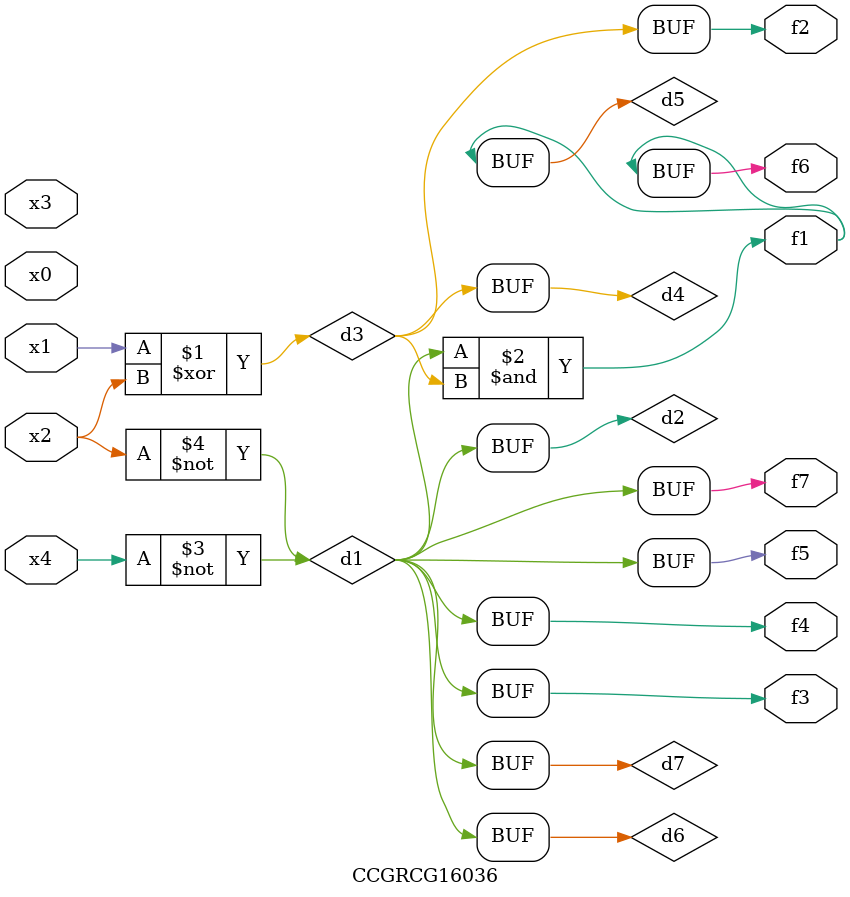
<source format=v>
module CCGRCG16036(
	input x0, x1, x2, x3, x4,
	output f1, f2, f3, f4, f5, f6, f7
);

	wire d1, d2, d3, d4, d5, d6, d7;

	not (d1, x4);
	not (d2, x2);
	xor (d3, x1, x2);
	buf (d4, d3);
	and (d5, d1, d3);
	buf (d6, d1, d2);
	buf (d7, d2);
	assign f1 = d5;
	assign f2 = d4;
	assign f3 = d7;
	assign f4 = d7;
	assign f5 = d7;
	assign f6 = d5;
	assign f7 = d7;
endmodule

</source>
